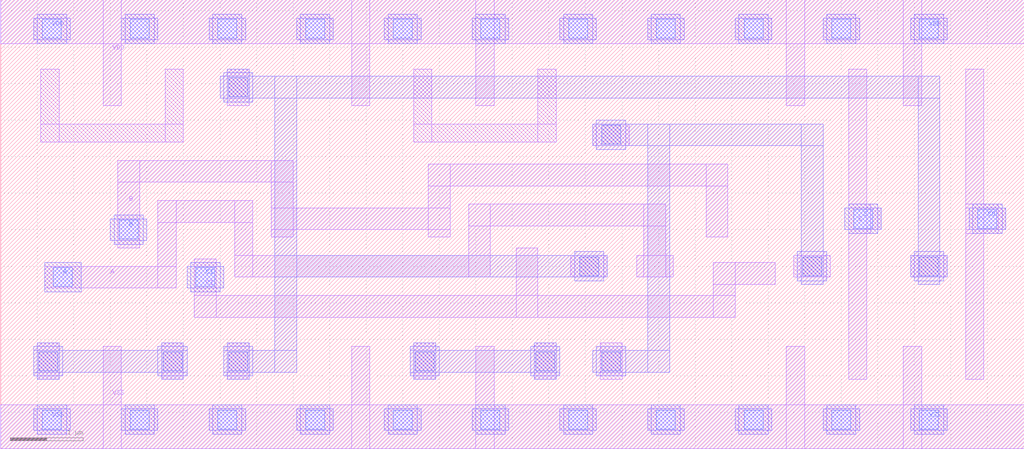
<source format=lef>
# Copyright 2022 Google LLC
# Licensed under the Apache License, Version 2.0 (the "License");
# you may not use this file except in compliance with the License.
# You may obtain a copy of the License at
#
#      http://www.apache.org/licenses/LICENSE-2.0
#
# Unless required by applicable law or agreed to in writing, software
# distributed under the License is distributed on an "AS IS" BASIS,
# WITHOUT WARRANTIES OR CONDITIONS OF ANY KIND, either express or implied.
# See the License for the specific language governing permissions and
# limitations under the License.
VERSION 5.7 ;
BUSBITCHARS "[]" ;
DIVIDERCHAR "/" ;

MACRO gf180mcu_osu_sc_9T_addf_1
  CLASS CORE ;
  ORIGIN 0 0 ;
  FOREIGN gf180mcu_osu_sc_9T_addf_1 0 0 ;
  SIZE 14 BY 6.15 ;
  SYMMETRY X Y ;
  SITE GF018hv5v_mcu_sc7 ;
  PIN A
    DIRECTION INPUT ;
    USE SIGNAL ;
    PORT
      LAYER MET1 ;
        RECT 8.7 2.35 9.2 2.65 ;
        RECT 6.4 3.05 9.1 3.35 ;
        RECT 8.8 2.35 9.1 3.35 ;
        RECT 6.4 2.35 6.7 3.35 ;
        RECT 3.2 2.35 6.7 2.65 ;
        RECT 2.15 3.1 3.45 3.4 ;
        RECT 3.2 2.35 3.45 3.4 ;
        RECT 2.15 2.2 2.4 3.4 ;
        RECT 0.6 2.2 2.4 2.5 ;
      LAYER MET2 ;
        RECT 0.6 2.15 1.1 2.55 ;
      LAYER VIA12 ;
        RECT 0.72 2.22 0.98 2.48 ;
    END
  END A
  PIN B
    DIRECTION INPUT ;
    USE SIGNAL ;
    PORT
      LAYER MET1 ;
        RECT 5.85 3.6 9.95 3.9 ;
        RECT 9.65 2.9 9.95 3.9 ;
        RECT 5.85 2.9 6.15 3.9 ;
        RECT 3.7 3 6.15 3.3 ;
        RECT 1.6 3.65 4 3.95 ;
        RECT 3.7 2.9 4 3.95 ;
        RECT 1.6 2.75 1.9 3.95 ;
      LAYER MET2 ;
        RECT 1.5 2.85 2 3.15 ;
        RECT 1.55 2.8 1.95 3.2 ;
      LAYER VIA12 ;
        RECT 1.62 2.87 1.88 3.13 ;
    END
  END B
  PIN CI
    DIRECTION INPUT ;
    USE SIGNAL ;
    PORT
      LAYER MET1 ;
        RECT 9.75 2.25 10.6 2.55 ;
        RECT 9.75 1.8 10.05 2.55 ;
        RECT 2.65 1.8 10.05 2.1 ;
        RECT 7.05 1.8 7.35 2.75 ;
        RECT 2.65 1.8 2.95 2.6 ;
      LAYER MET2 ;
        RECT 2.55 2.2 3.05 2.5 ;
        RECT 2.6 2.15 3 2.55 ;
      LAYER VIA12 ;
        RECT 2.67 2.22 2.93 2.48 ;
    END
  END CI
  PIN CO
    DIRECTION OUTPUT ;
    USE SIGNAL ;
    PORT
      LAYER MET1 ;
        RECT 13.2 3 13.75 3.3 ;
        RECT 13.2 2.95 13.65 3.35 ;
        RECT 13.2 0.95 13.45 5.2 ;
      LAYER MET2 ;
        RECT 13.25 3 13.75 3.3 ;
        RECT 13.3 2.95 13.7 3.35 ;
      LAYER VIA12 ;
        RECT 13.37 3.02 13.63 3.28 ;
    END
  END CO
  PIN S
    DIRECTION OUTPUT ;
    USE SIGNAL ;
    PORT
      LAYER MET1 ;
        RECT 11.6 3 12.05 3.3 ;
        RECT 11.6 2.95 11.9 3.35 ;
        RECT 11.6 0.95 11.85 5.2 ;
      LAYER MET2 ;
        RECT 11.55 3 12.05 3.3 ;
        RECT 11.6 2.95 12 3.35 ;
      LAYER VIA12 ;
        RECT 11.67 3.02 11.93 3.28 ;
    END
  END S
  PIN VDD
    DIRECTION INOUT ;
    USE POWER ;
    SHAPE ABUTMENT ;
    PORT
      LAYER MET1 ;
        RECT 0 5.55 14 6.15 ;
        RECT 12.35 4.7 12.6 6.15 ;
        RECT 10.75 4.7 11 6.15 ;
        RECT 6.5 4.7 6.75 6.15 ;
        RECT 4.8 4.7 5.05 6.15 ;
        RECT 1.4 4.7 1.65 6.15 ;
      LAYER MET2 ;
        RECT 12.45 5.6 12.95 5.9 ;
        RECT 12.5 5.55 12.9 5.95 ;
        RECT 11.25 5.6 11.75 5.9 ;
        RECT 11.3 5.55 11.7 5.95 ;
        RECT 10.05 5.6 10.55 5.9 ;
        RECT 10.1 5.55 10.5 5.95 ;
        RECT 8.85 5.6 9.35 5.9 ;
        RECT 8.9 5.55 9.3 5.95 ;
        RECT 7.65 5.6 8.15 5.9 ;
        RECT 7.7 5.55 8.1 5.95 ;
        RECT 6.45 5.6 6.95 5.9 ;
        RECT 6.5 5.55 6.9 5.95 ;
        RECT 5.25 5.6 5.75 5.9 ;
        RECT 5.3 5.55 5.7 5.95 ;
        RECT 4.05 5.6 4.55 5.9 ;
        RECT 4.1 5.55 4.5 5.95 ;
        RECT 2.85 5.6 3.35 5.9 ;
        RECT 2.9 5.55 3.3 5.95 ;
        RECT 1.65 5.6 2.15 5.9 ;
        RECT 1.7 5.55 2.1 5.95 ;
        RECT 0.45 5.6 0.95 5.9 ;
        RECT 0.5 5.55 0.9 5.95 ;
      LAYER VIA12 ;
        RECT 0.57 5.62 0.83 5.88 ;
        RECT 1.77 5.62 2.03 5.88 ;
        RECT 2.97 5.62 3.23 5.88 ;
        RECT 4.17 5.62 4.43 5.88 ;
        RECT 5.37 5.62 5.63 5.88 ;
        RECT 6.57 5.62 6.83 5.88 ;
        RECT 7.77 5.62 8.03 5.88 ;
        RECT 8.97 5.62 9.23 5.88 ;
        RECT 10.17 5.62 10.43 5.88 ;
        RECT 11.37 5.62 11.63 5.88 ;
        RECT 12.57 5.62 12.83 5.88 ;
    END
  END VDD
  PIN VSS
    DIRECTION INOUT ;
    USE GROUND ;
    PORT
      LAYER MET1 ;
        RECT 0 0 14 0.6 ;
        RECT 12.35 0 12.6 1.4 ;
        RECT 10.75 0 11 1.4 ;
        RECT 6.5 0 6.75 1.4 ;
        RECT 4.8 0 5.05 1.4 ;
        RECT 1.4 0 1.65 1.4 ;
      LAYER MET2 ;
        RECT 12.45 0.25 12.95 0.55 ;
        RECT 12.5 0.2 12.9 0.6 ;
        RECT 11.25 0.25 11.75 0.55 ;
        RECT 11.3 0.2 11.7 0.6 ;
        RECT 10.05 0.25 10.55 0.55 ;
        RECT 10.1 0.2 10.5 0.6 ;
        RECT 8.85 0.25 9.35 0.55 ;
        RECT 8.9 0.2 9.3 0.6 ;
        RECT 7.65 0.25 8.15 0.55 ;
        RECT 7.7 0.2 8.1 0.6 ;
        RECT 6.45 0.25 6.95 0.55 ;
        RECT 6.5 0.2 6.9 0.6 ;
        RECT 5.25 0.25 5.75 0.55 ;
        RECT 5.3 0.2 5.7 0.6 ;
        RECT 4.05 0.25 4.55 0.55 ;
        RECT 4.1 0.2 4.5 0.6 ;
        RECT 2.85 0.25 3.35 0.55 ;
        RECT 2.9 0.2 3.3 0.6 ;
        RECT 1.65 0.25 2.15 0.55 ;
        RECT 1.7 0.2 2.1 0.6 ;
        RECT 0.45 0.25 0.95 0.55 ;
        RECT 0.5 0.2 0.9 0.6 ;
      LAYER VIA12 ;
        RECT 0.57 0.27 0.83 0.53 ;
        RECT 1.77 0.27 2.03 0.53 ;
        RECT 2.97 0.27 3.23 0.53 ;
        RECT 4.17 0.27 4.43 0.53 ;
        RECT 5.37 0.27 5.63 0.53 ;
        RECT 6.57 0.27 6.83 0.53 ;
        RECT 7.77 0.27 8.03 0.53 ;
        RECT 8.97 0.27 9.23 0.53 ;
        RECT 10.17 0.27 10.43 0.53 ;
        RECT 11.37 0.27 11.63 0.53 ;
        RECT 12.57 0.27 12.83 0.53 ;
    END
  END VSS
  OBS
    LAYER MET2 ;
      RECT 3.1 4.75 3.4 5.2 ;
      RECT 3.05 4.75 3.45 5.15 ;
      RECT 3 4.8 12.85 5.1 ;
      RECT 12.55 2.25 12.85 5.1 ;
      RECT 3.75 1.05 4.05 5.1 ;
      RECT 12.5 2.3 12.9 2.7 ;
      RECT 7.85 2.3 8.25 2.7 ;
      RECT 12.45 2.35 12.95 2.65 ;
      RECT 3.75 2.35 8.3 2.65 ;
      RECT 3.1 0.95 3.4 1.45 ;
      RECT 3.05 1 3.45 1.4 ;
      RECT 3.05 1.05 4.05 1.35 ;
      RECT 8.15 4.1 8.55 4.5 ;
      RECT 8.1 4.15 11.25 4.45 ;
      RECT 10.95 2.25 11.25 4.45 ;
      RECT 8.85 1.05 9.15 4.45 ;
      RECT 10.9 2.3 11.3 2.7 ;
      RECT 8.15 1 8.55 1.4 ;
      RECT 8.1 1.05 9.15 1.35 ;
      RECT 7.3 0.95 7.6 1.45 ;
      RECT 5.65 0.95 5.95 1.45 ;
      RECT 7.25 1 7.65 1.4 ;
      RECT 5.6 1 6 1.4 ;
      RECT 5.6 1.05 7.65 1.35 ;
      RECT 2.2 0.95 2.5 1.45 ;
      RECT 0.5 0.95 0.8 1.45 ;
      RECT 2.15 1 2.55 1.4 ;
      RECT 0.45 1 0.85 1.4 ;
      RECT 0.45 1.05 2.55 1.35 ;
    LAYER VIA12 ;
      RECT 12.57 2.37 12.83 2.63 ;
      RECT 10.97 2.37 11.23 2.63 ;
      RECT 8.22 1.07 8.48 1.33 ;
      RECT 8.22 4.17 8.48 4.43 ;
      RECT 7.92 2.37 8.18 2.63 ;
      RECT 7.32 1.07 7.58 1.33 ;
      RECT 5.67 1.07 5.93 1.33 ;
      RECT 3.12 1.07 3.38 1.33 ;
      RECT 3.12 4.82 3.38 5.08 ;
      RECT 2.22 1.07 2.48 1.33 ;
      RECT 0.52 1.07 0.78 1.33 ;
    LAYER MET1 ;
      RECT 7.35 4.2 7.6 5.2 ;
      RECT 5.65 4.2 5.9 5.2 ;
      RECT 5.65 4.2 7.6 4.45 ;
      RECT 2.25 4.2 2.5 5.2 ;
      RECT 0.55 4.2 0.8 5.2 ;
      RECT 0.55 4.2 2.5 4.45 ;
      RECT 12.45 2.35 12.95 2.65 ;
      RECT 10.85 2.35 11.35 2.65 ;
      RECT 8.1 4.15 8.6 4.45 ;
      RECT 8.2 0.95 8.5 1.45 ;
      RECT 7.8 2.35 8.3 2.65 ;
      RECT 7.3 0.95 7.6 1.45 ;
      RECT 5.65 0.95 5.95 1.45 ;
      RECT 3.1 0.95 3.4 1.45 ;
      RECT 3.1 4.7 3.4 5.2 ;
      RECT 2.2 0.95 2.5 1.45 ;
      RECT 0.5 0.95 0.8 1.45 ;
  END
END gf180mcu_osu_sc_9T_addf_1

</source>
